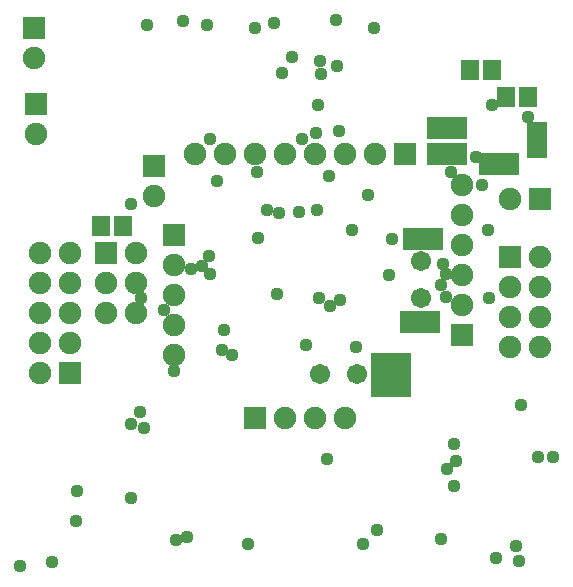
<source format=gbs>
%FSAX24Y24*%
%MOIN*%
G70*
G01*
G75*
G04 Layer_Color=16711935*
%ADD10R,0.0512X0.0591*%
%ADD11R,0.0591X0.0512*%
%ADD12R,0.0472X0.0551*%
%ADD13R,0.0551X0.0472*%
%ADD14O,0.0116X0.0354*%
%ADD15O,0.0354X0.0116*%
%ADD16R,0.0315X0.0114*%
%ADD17R,0.0126X0.0354*%
%ADD18R,0.0177X0.0114*%
%ADD19R,0.0114X0.0177*%
%ADD20O,0.0984X0.0276*%
%ADD21R,0.0591X0.0591*%
%ADD22R,0.0787X0.0866*%
%ADD23R,0.0197X0.0925*%
%ADD24R,0.0925X0.0984*%
%ADD25O,0.0591X0.0236*%
%ADD26O,0.0709X0.0118*%
%ADD27O,0.0118X0.0709*%
%ADD28R,0.1024X0.0945*%
%ADD29C,0.0080*%
%ADD30C,0.0591*%
%ADD31R,0.0591X0.0591*%
%ADD32C,0.0512*%
%ADD33C,0.0280*%
%ADD34R,0.0551X0.0433*%
%ADD35C,0.0098*%
%ADD36C,0.0100*%
%ADD37C,0.0236*%
%ADD38C,0.0079*%
%ADD39R,0.0672X0.0751*%
%ADD40R,0.0751X0.0672*%
%ADD41R,0.0632X0.0711*%
%ADD42R,0.0711X0.0632*%
%ADD43O,0.0276X0.0514*%
%ADD44O,0.0514X0.0276*%
%ADD45R,0.0475X0.0274*%
%ADD46R,0.0286X0.0514*%
%ADD47R,0.0337X0.0274*%
%ADD48R,0.0274X0.0337*%
%ADD49O,0.1144X0.0436*%
%ADD50R,0.0751X0.0751*%
%ADD51R,0.0947X0.1026*%
%ADD52R,0.0357X0.1085*%
%ADD53R,0.1085X0.1144*%
%ADD54O,0.0751X0.0396*%
%ADD55O,0.0869X0.0278*%
%ADD56O,0.0278X0.0869*%
%ADD57R,0.1184X0.1105*%
%ADD58C,0.0751*%
%ADD59R,0.0751X0.0751*%
%ADD60C,0.0672*%
%ADD61C,0.0440*%
%ADD62R,0.0711X0.0593*%
D39*
X034665Y044600D02*
D03*
X035335D02*
D03*
X034665Y045450D02*
D03*
X035335D02*
D03*
X036415Y044250D02*
D03*
X037085D02*
D03*
X033485Y037600D02*
D03*
X032815D02*
D03*
X033485Y036850D02*
D03*
X032815D02*
D03*
X034535Y041750D02*
D03*
X033865D02*
D03*
X034435Y039000D02*
D03*
X033765D02*
D03*
D41*
X023496Y042200D02*
D03*
X024204D02*
D03*
X035796Y047400D02*
D03*
X036504D02*
D03*
X036996Y046500D02*
D03*
X037704D02*
D03*
D50*
X033600Y044600D02*
D03*
X038100Y043100D02*
D03*
X028600Y035800D02*
D03*
D58*
X032600Y044600D02*
D03*
X031600D02*
D03*
X030600D02*
D03*
X029600D02*
D03*
X028600D02*
D03*
X027600D02*
D03*
X026600D02*
D03*
X035500Y039550D02*
D03*
Y040550D02*
D03*
Y041550D02*
D03*
Y042550D02*
D03*
Y043550D02*
D03*
X024650Y041300D02*
D03*
X023650Y040300D02*
D03*
X024650D02*
D03*
X023650Y039300D02*
D03*
X024650D02*
D03*
X037100Y043100D02*
D03*
X038100Y038150D02*
D03*
X037100D02*
D03*
X038100Y039150D02*
D03*
X037100D02*
D03*
X038100Y040150D02*
D03*
X037100D02*
D03*
X038100Y041150D02*
D03*
X021300Y045250D02*
D03*
X021250Y047800D02*
D03*
X021450Y041300D02*
D03*
X022450D02*
D03*
X021450Y040300D02*
D03*
X022450D02*
D03*
X021450Y039300D02*
D03*
X022450D02*
D03*
X021450Y038300D02*
D03*
X022450D02*
D03*
X021450Y037300D02*
D03*
X025250Y043200D02*
D03*
X025900Y037900D02*
D03*
Y038900D02*
D03*
Y039900D02*
D03*
Y040900D02*
D03*
X031600Y035800D02*
D03*
X030600D02*
D03*
X029600D02*
D03*
D59*
X035500Y038550D02*
D03*
X023650Y041300D02*
D03*
X037100Y041150D02*
D03*
X021300Y046250D02*
D03*
X021250Y048800D02*
D03*
X022450Y037300D02*
D03*
X025250Y044200D02*
D03*
X025900Y041900D02*
D03*
D60*
X034150Y041010D02*
D03*
Y039790D02*
D03*
X032010Y037250D02*
D03*
X030790D02*
D03*
D61*
X024480Y033110D02*
D03*
X035000Y034100D02*
D03*
X027580Y038730D02*
D03*
X037485Y036215D02*
D03*
X030730Y046220D02*
D03*
X031420Y045340D02*
D03*
X028710Y041790D02*
D03*
X031990Y038170D02*
D03*
X027080Y041190D02*
D03*
X026860Y040840D02*
D03*
X022670Y033350D02*
D03*
X031029Y034419D02*
D03*
X031460Y039730D02*
D03*
X034970Y039810D02*
D03*
X034830Y040230D02*
D03*
X031860Y042040D02*
D03*
X036180Y043570D02*
D03*
X030090Y042660D02*
D03*
X027110Y045080D02*
D03*
X024480Y035590D02*
D03*
X024470Y042910D02*
D03*
X030795Y047693D02*
D03*
X029520Y047290D02*
D03*
X026200Y049010D02*
D03*
X024900Y035460D02*
D03*
X021860Y031000D02*
D03*
X036640Y031130D02*
D03*
X035260Y033530D02*
D03*
X032230Y031600D02*
D03*
X025900Y037350D02*
D03*
X027860Y037900D02*
D03*
X035300Y034350D02*
D03*
X020790Y030840D02*
D03*
X029860Y047830D02*
D03*
X026350Y031820D02*
D03*
X022660Y032350D02*
D03*
X026470Y040740D02*
D03*
X025980Y031710D02*
D03*
X030650Y045280D02*
D03*
X030820Y047270D02*
D03*
X031360Y047520D02*
D03*
X028630Y048782D02*
D03*
X031330Y049040D02*
D03*
X027020Y048880D02*
D03*
X029260Y048940D02*
D03*
X032570Y048800D02*
D03*
X036420Y039780D02*
D03*
X030750Y039800D02*
D03*
X027500Y038046D02*
D03*
X029364Y039910D02*
D03*
X024810Y039800D02*
D03*
X027120Y040580D02*
D03*
X037420Y031030D02*
D03*
X037310Y031530D02*
D03*
X028376Y031576D02*
D03*
X034820Y031740D02*
D03*
X035260Y034910D02*
D03*
X038040Y034500D02*
D03*
X032670Y032050D02*
D03*
X038540Y034500D02*
D03*
X031110Y039530D02*
D03*
X033070Y040550D02*
D03*
X036381Y042050D02*
D03*
X033180Y041760D02*
D03*
X035133Y043978D02*
D03*
X030680Y042720D02*
D03*
X031070Y043850D02*
D03*
X034980Y040580D02*
D03*
X034890Y040930D02*
D03*
X030171Y045080D02*
D03*
X025010Y048900D02*
D03*
X036504Y046219D02*
D03*
X032370Y043220D02*
D03*
X025570Y039400D02*
D03*
X030330Y038230D02*
D03*
X028690Y043990D02*
D03*
X024790Y036000D02*
D03*
X029430Y042610D02*
D03*
X029030Y042710D02*
D03*
X027354Y043700D02*
D03*
X037704Y045830D02*
D03*
X035980Y044500D02*
D03*
D62*
X038000Y045345D02*
D03*
Y044755D02*
D03*
M02*

</source>
